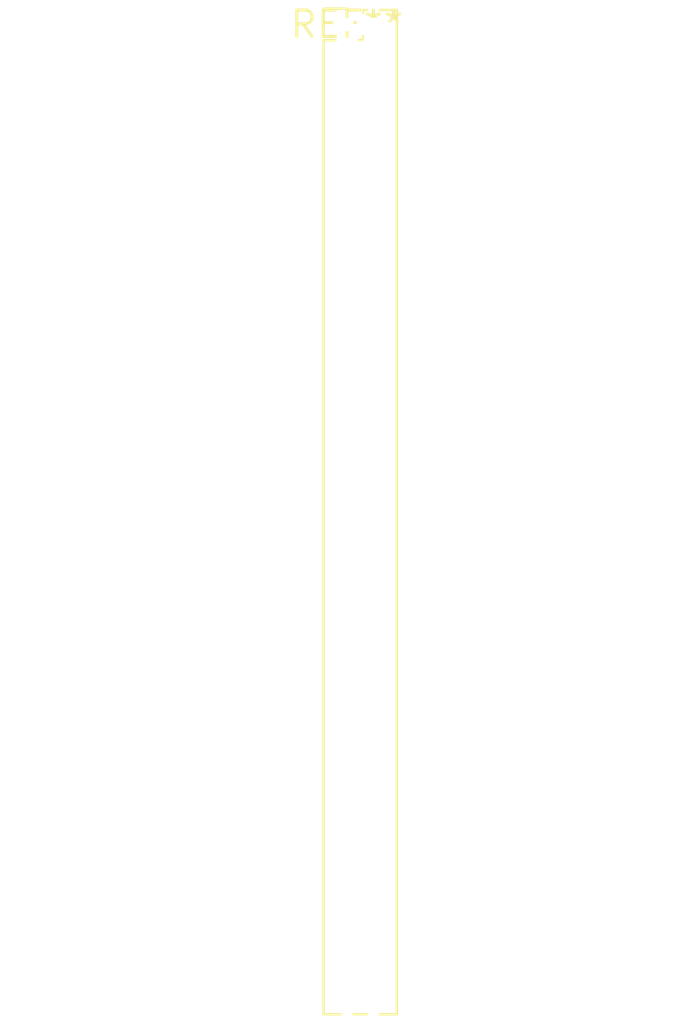
<source format=kicad_pcb>
(kicad_pcb (version 20240108) (generator pcbnew)
  (layers (0 "F.Cu" signal) (31 "B.Cu" signal) (34 "B.Paste" user) (35 "F.Paste" user) (36 "B.SilkS" user "B.Silkscreen") (37 "F.SilkS" user "F.Silkscreen") (38 "B.Mask" user) (39 "F.Mask" user) (44 "Edge.Cuts" user))
  (net 0 "")
  (footprint "PinHeader_2x38_P1.27mm_Vertical" (layer "F.Cu") (at 0 0)
    (property "Reference" "REF**")
    (property "Value" "PinHeader_2x38_P1.27mm_Vertical")
    (fp_line (start -1.13 -0.76) (end 0 -0.76) (layer "F.SilkS") (stroke (width 0.12)))
    (fp_line (start -1.13 0) (end -1.13 -0.76) (layer "F.SilkS") (stroke (width 0.12)))
    (fp_line (start -1.13 0.76) (end -1.13 47.685) (layer "F.SilkS") (stroke (width 0.12)))
    (fp_line (start -1.13 0.76) (end -0.563471 0.76) (layer "F.SilkS") (stroke (width 0.12)))
    (fp_line (start -1.13 47.685) (end -0.30753 47.685) (layer "F.SilkS") (stroke (width 0.12)))
    (fp_line (start 0.30753 47.685) (end 0.96247 47.685) (layer "F.SilkS") (stroke (width 0.12)))
    (fp_line (start 0.563471 0.76) (end 0.706529 0.76) (layer "F.SilkS") (stroke (width 0.12)))
    (fp_line (start 0.76 -0.695) (end 0.96247 -0.695) (layer "F.SilkS") (stroke (width 0.12)))
    (fp_line (start 0.76 -0.563471) (end 0.76 -0.695) (layer "F.SilkS") (stroke (width 0.12)))
    (fp_line (start 0.76 0.706529) (end 0.76 0.563471) (layer "F.SilkS") (stroke (width 0.12)))
    (fp_line (start 1.57753 -0.695) (end 2.4 -0.695) (layer "F.SilkS") (stroke (width 0.12)))
    (fp_line (start 1.57753 47.685) (end 2.4 47.685) (layer "F.SilkS") (stroke (width 0.12)))
    (fp_line (start 2.4 -0.695) (end 2.4 47.685) (layer "F.SilkS") (stroke (width 0.12)))
    (pad "1" thru_hole rect (at 0 0) (size 1 1) (drill 0.65) (layers *.Cu *.Mask) (remove_unused_layers))
    (pad "2" thru_hole oval (at 1.27 0) (size 1 1) (drill 0.65) (layers *.Cu *.Mask) (remove_unused_layers))
    (pad "3" thru_hole oval (at 0 1.27) (size 1 1) (drill 0.65) (layers *.Cu *.Mask) (remove_unused_layers))
    (pad "4" thru_hole oval (at 1.27 1.27) (size 1 1) (drill 0.65) (layers *.Cu *.Mask) (remove_unused_layers))
    (pad "5" thru_hole oval (at 0 2.54) (size 1 1) (drill 0.65) (layers *.Cu *.Mask) (remove_unused_layers))
    (pad "6" thru_hole oval (at 1.27 2.54) (size 1 1) (drill 0.65) (layers *.Cu *.Mask) (remove_unused_layers))
    (pad "7" thru_hole oval (at 0 3.81) (size 1 1) (drill 0.65) (layers *.Cu *.Mask) (remove_unused_layers))
    (pad "8" thru_hole oval (at 1.27 3.81) (size 1 1) (drill 0.65) (layers *.Cu *.Mask) (remove_unused_layers))
    (pad "9" thru_hole oval (at 0 5.08) (size 1 1) (drill 0.65) (layers *.Cu *.Mask) (remove_unused_layers))
    (pad "10" thru_hole oval (at 1.27 5.08) (size 1 1) (drill 0.65) (layers *.Cu *.Mask) (remove_unused_layers))
    (pad "11" thru_hole oval (at 0 6.35) (size 1 1) (drill 0.65) (layers *.Cu *.Mask) (remove_unused_layers))
    (pad "12" thru_hole oval (at 1.27 6.35) (size 1 1) (drill 0.65) (layers *.Cu *.Mask) (remove_unused_layers))
    (pad "13" thru_hole oval (at 0 7.62) (size 1 1) (drill 0.65) (layers *.Cu *.Mask) (remove_unused_layers))
    (pad "14" thru_hole oval (at 1.27 7.62) (size 1 1) (drill 0.65) (layers *.Cu *.Mask) (remove_unused_layers))
    (pad "15" thru_hole oval (at 0 8.89) (size 1 1) (drill 0.65) (layers *.Cu *.Mask) (remove_unused_layers))
    (pad "16" thru_hole oval (at 1.27 8.89) (size 1 1) (drill 0.65) (layers *.Cu *.Mask) (remove_unused_layers))
    (pad "17" thru_hole oval (at 0 10.16) (size 1 1) (drill 0.65) (layers *.Cu *.Mask) (remove_unused_layers))
    (pad "18" thru_hole oval (at 1.27 10.16) (size 1 1) (drill 0.65) (layers *.Cu *.Mask) (remove_unused_layers))
    (pad "19" thru_hole oval (at 0 11.43) (size 1 1) (drill 0.65) (layers *.Cu *.Mask) (remove_unused_layers))
    (pad "20" thru_hole oval (at 1.27 11.43) (size 1 1) (drill 0.65) (layers *.Cu *.Mask) (remove_unused_layers))
    (pad "21" thru_hole oval (at 0 12.7) (size 1 1) (drill 0.65) (layers *.Cu *.Mask) (remove_unused_layers))
    (pad "22" thru_hole oval (at 1.27 12.7) (size 1 1) (drill 0.65) (layers *.Cu *.Mask) (remove_unused_layers))
    (pad "23" thru_hole oval (at 0 13.97) (size 1 1) (drill 0.65) (layers *.Cu *.Mask) (remove_unused_layers))
    (pad "24" thru_hole oval (at 1.27 13.97) (size 1 1) (drill 0.65) (layers *.Cu *.Mask) (remove_unused_layers))
    (pad "25" thru_hole oval (at 0 15.24) (size 1 1) (drill 0.65) (layers *.Cu *.Mask) (remove_unused_layers))
    (pad "26" thru_hole oval (at 1.27 15.24) (size 1 1) (drill 0.65) (layers *.Cu *.Mask) (remove_unused_layers))
    (pad "27" thru_hole oval (at 0 16.51) (size 1 1) (drill 0.65) (layers *.Cu *.Mask) (remove_unused_layers))
    (pad "28" thru_hole oval (at 1.27 16.51) (size 1 1) (drill 0.65) (layers *.Cu *.Mask) (remove_unused_layers))
    (pad "29" thru_hole oval (at 0 17.78) (size 1 1) (drill 0.65) (layers *.Cu *.Mask) (remove_unused_layers))
    (pad "30" thru_hole oval (at 1.27 17.78) (size 1 1) (drill 0.65) (layers *.Cu *.Mask) (remove_unused_layers))
    (pad "31" thru_hole oval (at 0 19.05) (size 1 1) (drill 0.65) (layers *.Cu *.Mask) (remove_unused_layers))
    (pad "32" thru_hole oval (at 1.27 19.05) (size 1 1) (drill 0.65) (layers *.Cu *.Mask) (remove_unused_layers))
    (pad "33" thru_hole oval (at 0 20.32) (size 1 1) (drill 0.65) (layers *.Cu *.Mask) (remove_unused_layers))
    (pad "34" thru_hole oval (at 1.27 20.32) (size 1 1) (drill 0.65) (layers *.Cu *.Mask) (remove_unused_layers))
    (pad "35" thru_hole oval (at 0 21.59) (size 1 1) (drill 0.65) (layers *.Cu *.Mask) (remove_unused_layers))
    (pad "36" thru_hole oval (at 1.27 21.59) (size 1 1) (drill 0.65) (layers *.Cu *.Mask) (remove_unused_layers))
    (pad "37" thru_hole oval (at 0 22.86) (size 1 1) (drill 0.65) (layers *.Cu *.Mask) (remove_unused_layers))
    (pad "38" thru_hole oval (at 1.27 22.86) (size 1 1) (drill 0.65) (layers *.Cu *.Mask) (remove_unused_layers))
    (pad "39" thru_hole oval (at 0 24.13) (size 1 1) (drill 0.65) (layers *.Cu *.Mask) (remove_unused_layers))
    (pad "40" thru_hole oval (at 1.27 24.13) (size 1 1) (drill 0.65) (layers *.Cu *.Mask) (remove_unused_layers))
    (pad "41" thru_hole oval (at 0 25.4) (size 1 1) (drill 0.65) (layers *.Cu *.Mask) (remove_unused_layers))
    (pad "42" thru_hole oval (at 1.27 25.4) (size 1 1) (drill 0.65) (layers *.Cu *.Mask) (remove_unused_layers))
    (pad "43" thru_hole oval (at 0 26.67) (size 1 1) (drill 0.65) (layers *.Cu *.Mask) (remove_unused_layers))
    (pad "44" thru_hole oval (at 1.27 26.67) (size 1 1) (drill 0.65) (layers *.Cu *.Mask) (remove_unused_layers))
    (pad "45" thru_hole oval (at 0 27.94) (size 1 1) (drill 0.65) (layers *.Cu *.Mask) (remove_unused_layers))
    (pad "46" thru_hole oval (at 1.27 27.94) (size 1 1) (drill 0.65) (layers *.Cu *.Mask) (remove_unused_layers))
    (pad "47" thru_hole oval (at 0 29.21) (size 1 1) (drill 0.65) (layers *.Cu *.Mask) (remove_unused_layers))
    (pad "48" thru_hole oval (at 1.27 29.21) (size 1 1) (drill 0.65) (layers *.Cu *.Mask) (remove_unused_layers))
    (pad "49" thru_hole oval (at 0 30.48) (size 1 1) (drill 0.65) (layers *.Cu *.Mask) (remove_unused_layers))
    (pad "50" thru_hole oval (at 1.27 30.48) (size 1 1) (drill 0.65) (layers *.Cu *.Mask) (remove_unused_layers))
    (pad "51" thru_hole oval (at 0 31.75) (size 1 1) (drill 0.65) (layers *.Cu *.Mask) (remove_unused_layers))
    (pad "52" thru_hole oval (at 1.27 31.75) (size 1 1) (drill 0.65) (layers *.Cu *.Mask) (remove_unused_layers))
    (pad "53" thru_hole oval (at 0 33.02) (size 1 1) (drill 0.65) (layers *.Cu *.Mask) (remove_unused_layers))
    (pad "54" thru_hole oval (at 1.27 33.02) (size 1 1) (drill 0.65) (layers *.Cu *.Mask) (remove_unused_layers))
    (pad "55" thru_hole oval (at 0 34.29) (size 1 1) (drill 0.65) (layers *.Cu *.Mask) (remove_unused_layers))
    (pad "56" thru_hole oval (at 1.27 34.29) (size 1 1) (drill 0.65) (layers *.Cu *.Mask) (remove_unused_layers))
    (pad "57" thru_hole oval (at 0 35.56) (size 1 1) (drill 0.65) (layers *.Cu *.Mask) (remove_unused_layers))
    (pad "58" thru_hole oval (at 1.27 35.56) (size 1 1) (drill 0.65) (layers *.Cu *.Mask) (remove_unused_layers))
    (pad "59" thru_hole oval (at 0 36.83) (size 1 1) (drill 0.65) (layers *.Cu *.Mask) (remove_unused_layers))
    (pad "60" thru_hole oval (at 1.27 36.83) (size 1 1) (drill 0.65) (layers *.Cu *.Mask) (remove_unused_layers))
    (pad "61" thru_hole oval (at 0 38.1) (size 1 1) (drill 0.65) (layers *.Cu *.Mask) (remove_unused_layers))
    (pad "62" thru_hole oval (at 1.27 38.1) (size 1 1) (drill 0.65) (layers *.Cu *.Mask) (remove_unused_layers))
    (pad "63" thru_hole oval (at 0 39.37) (size 1 1) (drill 0.65) (layers *.Cu *.Mask) (remove_unused_layers))
    (pad "64" thru_hole oval (at 1.27 39.37) (size 1 1) (drill 0.65) (layers *.Cu *.Mask) (remove_unused_layers))
    (pad "65" thru_hole oval (at 0 40.64) (size 1 1) (drill 0.65) (layers *.Cu *.Mask) (remove_unused_layers))
    (pad "66" thru_hole oval (at 1.27 40.64) (size 1 1) (drill 0.65) (layers *.Cu *.Mask) (remove_unused_layers))
    (pad "67" thru_hole oval (at 0 41.91) (size 1 1) (drill 0.65) (layers *.Cu *.Mask) (remove_unused_layers))
    (pad "68" thru_hole oval (at 1.27 41.91) (size 1 1) (drill 0.65) (layers *.Cu *.Mask) (remove_unused_layers))
    (pad "69" thru_hole oval (at 0 43.18) (size 1 1) (drill 0.65) (layers *.Cu *.Mask) (remove_unused_layers))
    (pad "70" thru_hole oval (at 1.27 43.18) (size 1 1) (drill 0.65) (layers *.Cu *.Mask) (remove_unused_layers))
    (pad "71" thru_hole oval (at 0 44.45) (size 1 1) (drill 0.65) (layers *.Cu *.Mask) (remove_unused_layers))
    (pad "72" thru_hole oval (at 1.27 44.45) (size 1 1) (drill 0.65) (layers *.Cu *.Mask) (remove_unused_layers))
    (pad "73" thru_hole oval (at 0 45.72) (size 1 1) (drill 0.65) (layers *.Cu *.Mask) (remove_unused_layers))
    (pad "74" thru_hole oval (at 1.27 45.72) (size 1 1) (drill 0.65) (layers *.Cu *.Mask) (remove_unused_layers))
    (pad "75" thru_hole oval (at 0 46.99) (size 1 1) (drill 0.65) (layers *.Cu *.Mask) (remove_unused_layers))
    (pad "76" thru_hole oval (at 1.27 46.99) (size 1 1) (drill 0.65) (layers *.Cu *.Mask) (remove_unused_layers))
  )
)
</source>
